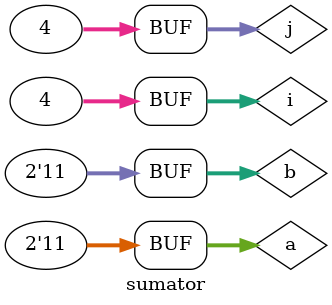
<source format=v>
`timescale 1ns / 1ps


module sumator;

	// Inputs
	reg [1:0] a;
	reg [1:0] b;

	// Outputs
	wire [2:0] y;

	// Instantiate the Unit Under Test (UUT)
	modulo uut (
		.a(a), 
		.b(b), 
		.y(y)
	);

	integer i=0,j=0;
	
	initial begin
		for( i=0; i<4; i=i+1 ) begin 
			for( j=0; j<4; j=j+1 ) begin 
				a = i; b = j; #10;
			end
		end 
	end
      
endmodule


</source>
